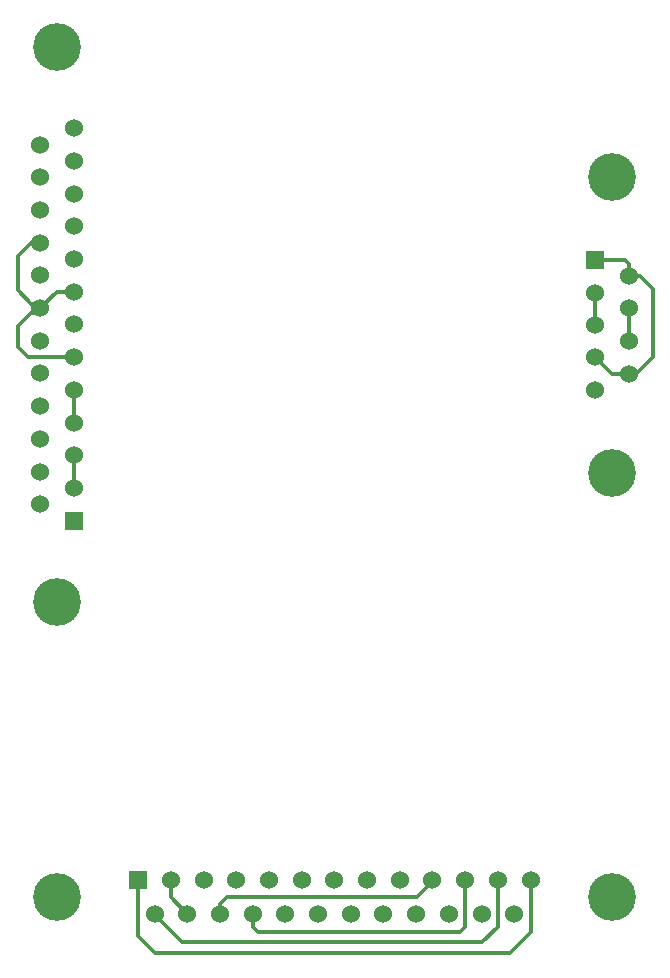
<source format=gbr>
%TF.GenerationSoftware,KiCad,Pcbnew,9.0.4*%
%TF.CreationDate,2025-11-17T21:33:10+13:00*%
%TF.ProjectId,LoopbackBoard,4c6f6f70-6261-4636-9b42-6f6172642e6b,rev?*%
%TF.SameCoordinates,Original*%
%TF.FileFunction,Copper,L1,Top*%
%TF.FilePolarity,Positive*%
%FSLAX46Y46*%
G04 Gerber Fmt 4.6, Leading zero omitted, Abs format (unit mm)*
G04 Created by KiCad (PCBNEW 9.0.4) date 2025-11-17 21:33:10*
%MOMM*%
%LPD*%
G01*
G04 APERTURE LIST*
%TA.AperFunction,ComponentPad*%
%ADD10C,4.048760*%
%TD*%
%TA.AperFunction,ComponentPad*%
%ADD11R,1.524000X1.524000*%
%TD*%
%TA.AperFunction,ComponentPad*%
%ADD12C,1.524000*%
%TD*%
%TA.AperFunction,Conductor*%
%ADD13C,0.300000*%
%TD*%
G04 APERTURE END LIST*
D10*
%TO.P,J1,0,PAD*%
%TO.N,unconnected-(J1-PAD-Pad0)*%
X129349500Y-35098740D03*
%TO.N,unconnected-(J1-PAD-Pad0)_1*%
X129349500Y-60087260D03*
D11*
%TO.P,J1,1,1*%
%TO.N,Net-(J1-Pad1)*%
X127927100Y-42106600D03*
D12*
%TO.P,J1,2,2*%
%TO.N,Net-(J1-Pad2)*%
X127927100Y-44849800D03*
%TO.P,J1,3,3*%
X127927100Y-47593000D03*
%TO.P,J1,4,4*%
%TO.N,Net-(J1-Pad1)*%
X127927100Y-50336200D03*
%TO.P,J1,5,5*%
%TO.N,unconnected-(J1-Pad5)*%
X127927100Y-53079400D03*
%TO.P,J1,6,6*%
%TO.N,Net-(J1-Pad1)*%
X130771900Y-43478200D03*
%TO.P,J1,7,7*%
%TO.N,Net-(J1-Pad7)*%
X130771900Y-46196000D03*
%TO.P,J1,8,8*%
X130771900Y-48964600D03*
%TO.P,J1,9,9*%
%TO.N,Net-(J1-Pad1)*%
X130771900Y-51707800D03*
%TD*%
D11*
%TO.P,J4,1,1*%
%TO.N,Net-(J4-Pad1)*%
X89217500Y-94596000D03*
D12*
%TO.P,J4,2,2*%
%TO.N,Net-(J4-P15)*%
X91986100Y-94596000D03*
%TO.P,J4,3,3*%
%TO.N,unconnected-(J4-Pad3)*%
X94754700Y-94596000D03*
%TO.P,J4,4,4*%
%TO.N,unconnected-(J4-Pad4)*%
X97523300Y-94596000D03*
%TO.P,J4,5,5*%
%TO.N,unconnected-(J4-Pad5)*%
X100291900Y-94596000D03*
%TO.P,J4,6,6*%
%TO.N,unconnected-(J4-Pad6)*%
X103060500Y-94596000D03*
%TO.P,J4,7,7*%
%TO.N,unconnected-(J4-Pad7)*%
X105829100Y-94596000D03*
%TO.P,J4,8,8*%
%TO.N,unconnected-(J4-Pad8)*%
X108597700Y-94596000D03*
%TO.P,J4,9,9*%
%TO.N,unconnected-(J4-Pad9)*%
X111366300Y-94596000D03*
%TO.P,J4,10,10*%
%TO.N,Net-(J4-P16)*%
X114134900Y-94596000D03*
%TO.P,J4,11,11*%
%TO.N,Net-(J4-P17)*%
X116903500Y-94596000D03*
%TO.P,J4,12,12*%
%TO.N,Net-(J4-P14)*%
X119672100Y-94596000D03*
%TO.P,J4,13,13*%
%TO.N,Net-(J4-Pad1)*%
X122440700Y-94596000D03*
%TO.P,J4,14,P14*%
%TO.N,Net-(J4-P14)*%
X90601800Y-97440800D03*
%TO.P,J4,15,P15*%
%TO.N,Net-(J4-P15)*%
X93370400Y-97440800D03*
%TO.P,J4,16,P16*%
%TO.N,Net-(J4-P16)*%
X96139000Y-97440800D03*
%TO.P,J4,17,P17*%
%TO.N,Net-(J4-P17)*%
X98907600Y-97440800D03*
%TO.P,J4,18,P18*%
%TO.N,unconnected-(J4-P18-Pad18)*%
X101676200Y-97440800D03*
%TO.P,J4,19,P19*%
%TO.N,unconnected-(J4-P19-Pad19)*%
X104444800Y-97440800D03*
%TO.P,J4,20,P20*%
%TO.N,unconnected-(J4-P20-Pad20)*%
X107213400Y-97440800D03*
%TO.P,J4,21,P21*%
%TO.N,unconnected-(J4-P21-Pad21)*%
X109982000Y-97440800D03*
%TO.P,J4,22,P22*%
%TO.N,unconnected-(J4-P22-Pad22)*%
X112750600Y-97440800D03*
%TO.P,J4,23,P23*%
%TO.N,unconnected-(J4-P23-Pad23)*%
X115519200Y-97440800D03*
%TO.P,J4,24,P24*%
%TO.N,unconnected-(J4-P24-Pad24)*%
X118287800Y-97440800D03*
%TO.P,J4,25,P25*%
%TO.N,unconnected-(J4-P25-Pad25)*%
X121056400Y-97440800D03*
D10*
%TO.P,J4,GND*%
%TO.N,N/C*%
X129349100Y-96018400D03*
X82309100Y-96018400D03*
%TD*%
D11*
%TO.P,J3,1,1*%
%TO.N,unconnected-(J3-Pad1)*%
X83781900Y-64160400D03*
D12*
%TO.P,J3,2,2*%
%TO.N,Net-(J3-Pad2)*%
X83781900Y-61391800D03*
%TO.P,J3,3,3*%
X83781900Y-58623200D03*
%TO.P,J3,4,4*%
%TO.N,Net-(J3-Pad4)*%
X83781900Y-55854600D03*
%TO.P,J3,5,5*%
X83781900Y-53086000D03*
%TO.P,J3,6,6*%
%TO.N,Net-(J3-P20)*%
X83781900Y-50317400D03*
%TO.P,J3,7,7*%
%TO.N,unconnected-(J3-Pad7)*%
X83781900Y-47548800D03*
%TO.P,J3,8,8*%
%TO.N,Net-(J3-P20)*%
X83781900Y-44780200D03*
%TO.P,J3,9,9*%
%TO.N,unconnected-(J3-Pad9)*%
X83781900Y-42011600D03*
%TO.P,J3,10,10*%
%TO.N,unconnected-(J3-Pad10)*%
X83781900Y-39243000D03*
%TO.P,J3,11,11*%
%TO.N,unconnected-(J3-Pad11)*%
X83781900Y-36474400D03*
%TO.P,J3,12,12*%
%TO.N,unconnected-(J3-Pad12)*%
X83781900Y-33705800D03*
%TO.P,J3,13,13*%
%TO.N,unconnected-(J3-Pad13)*%
X83781900Y-30937200D03*
%TO.P,J3,14,P14*%
%TO.N,unconnected-(J3-P14-Pad14)*%
X80937100Y-62776100D03*
%TO.P,J3,15,P15*%
%TO.N,unconnected-(J3-P15-Pad15)*%
X80937100Y-60007500D03*
%TO.P,J3,16,P16*%
%TO.N,unconnected-(J3-P16-Pad16)*%
X80937100Y-57238900D03*
%TO.P,J3,17,P17*%
%TO.N,unconnected-(J3-P17-Pad17)*%
X80937100Y-54470300D03*
%TO.P,J3,18,P18*%
%TO.N,unconnected-(J3-P18-Pad18)*%
X80937100Y-51701700D03*
%TO.P,J3,19,P19*%
%TO.N,unconnected-(J3-P19-Pad19)*%
X80937100Y-48933100D03*
%TO.P,J3,20,P20*%
%TO.N,Net-(J3-P20)*%
X80937100Y-46164500D03*
%TO.P,J3,21,P21*%
%TO.N,unconnected-(J3-P21-Pad21)*%
X80937100Y-43395900D03*
%TO.P,J3,22,P22*%
%TO.N,Net-(J3-P20)*%
X80937100Y-40627300D03*
%TO.P,J3,23,P23*%
%TO.N,unconnected-(J3-P23-Pad23)*%
X80937100Y-37858700D03*
%TO.P,J3,24,P24*%
%TO.N,unconnected-(J3-P24-Pad24)*%
X80937100Y-35090100D03*
%TO.P,J3,25,P25*%
%TO.N,unconnected-(J3-P25-Pad25)*%
X80937100Y-32321500D03*
D10*
%TO.P,J3,GND*%
%TO.N,N/C*%
X82359500Y-71068800D03*
X82359500Y-24028800D03*
%TD*%
D13*
%TO.N,Net-(J1-Pad1)*%
X132791200Y-50317400D02*
X131400800Y-51707800D01*
X130771900Y-43478200D02*
X130771900Y-42456100D01*
X130422400Y-42106600D02*
X127927100Y-42106600D01*
X130771900Y-51707800D02*
X129298700Y-51707800D01*
X131743200Y-43478200D02*
X132791200Y-44526200D01*
X132791200Y-44526200D02*
X132791200Y-50317400D01*
X131400800Y-51707800D02*
X130771900Y-51707800D01*
X129298700Y-51707800D02*
X127927100Y-50336200D01*
X130771900Y-42456100D02*
X130422400Y-42106600D01*
X130771900Y-43478200D02*
X131743200Y-43478200D01*
%TO.N,Net-(J1-Pad2)*%
X127927100Y-44849800D02*
X127927100Y-47593000D01*
%TO.N,Net-(J1-Pad7)*%
X130771900Y-46196000D02*
X130771900Y-48964600D01*
%TO.N,Net-(J3-P20)*%
X80556100Y-46545500D02*
X80937100Y-46164500D01*
X80581500Y-45808900D02*
X80175100Y-45808900D01*
X83781900Y-50317400D02*
X79883000Y-50317400D01*
X79019400Y-49453800D02*
X79019400Y-47701200D01*
X80175100Y-40627300D02*
X80937100Y-40627300D01*
X80937100Y-46164500D02*
X82321400Y-44780200D01*
X79019400Y-44653200D02*
X79019400Y-41783000D01*
X79883000Y-50317400D02*
X79019400Y-49453800D01*
X80175100Y-46545500D02*
X80556100Y-46545500D01*
X79019400Y-47701200D02*
X80175100Y-46545500D01*
X80937100Y-46164500D02*
X80581500Y-45808900D01*
X80175100Y-45808900D02*
X79019400Y-44653200D01*
X79019400Y-41783000D02*
X80175100Y-40627300D01*
X82321400Y-44780200D02*
X83781900Y-44780200D01*
%TO.N,Net-(J3-Pad2)*%
X83781900Y-58623200D02*
X83781900Y-61391800D01*
%TO.N,Net-(J3-Pad4)*%
X83781900Y-55854600D02*
X83781900Y-53086000D01*
%TO.N,Net-(J4-Pad1)*%
X89230200Y-99314000D02*
X89217500Y-99326700D01*
X89217500Y-99326700D02*
X89217500Y-94596000D01*
X122440700Y-94596000D02*
X122440700Y-99021900D01*
X90678000Y-100761800D02*
X89230200Y-99314000D01*
X120700800Y-100761800D02*
X90678000Y-100761800D01*
X122440700Y-99021900D02*
X120700800Y-100761800D01*
%TO.N,Net-(J4-P17)*%
X116903500Y-98539300D02*
X116433600Y-99009200D01*
X98907600Y-98577400D02*
X98907600Y-97440800D01*
X99339400Y-99009200D02*
X98907600Y-98577400D01*
X116433600Y-99009200D02*
X99339400Y-99009200D01*
X116903500Y-94596000D02*
X116903500Y-98539300D01*
%TO.N,Net-(J4-P16)*%
X112826800Y-96037400D02*
X114134900Y-94729300D01*
X96139000Y-96647000D02*
X96748600Y-96037400D01*
X114134900Y-94729300D02*
X114134900Y-94596000D01*
X96748600Y-96037400D02*
X112826800Y-96037400D01*
X96139000Y-97440800D02*
X96139000Y-96647000D01*
%TO.N,Net-(J4-P15)*%
X91986100Y-94596000D02*
X91986100Y-96056500D01*
X91986100Y-96056500D02*
X93370400Y-97440800D01*
%TO.N,Net-(J4-P14)*%
X118364000Y-99872800D02*
X92938600Y-99872800D01*
X90601800Y-97536000D02*
X90601800Y-97440800D01*
X119672100Y-98564700D02*
X118364000Y-99872800D01*
X92938600Y-99872800D02*
X90601800Y-97536000D01*
X119672100Y-94596000D02*
X119672100Y-98564700D01*
%TD*%
M02*

</source>
